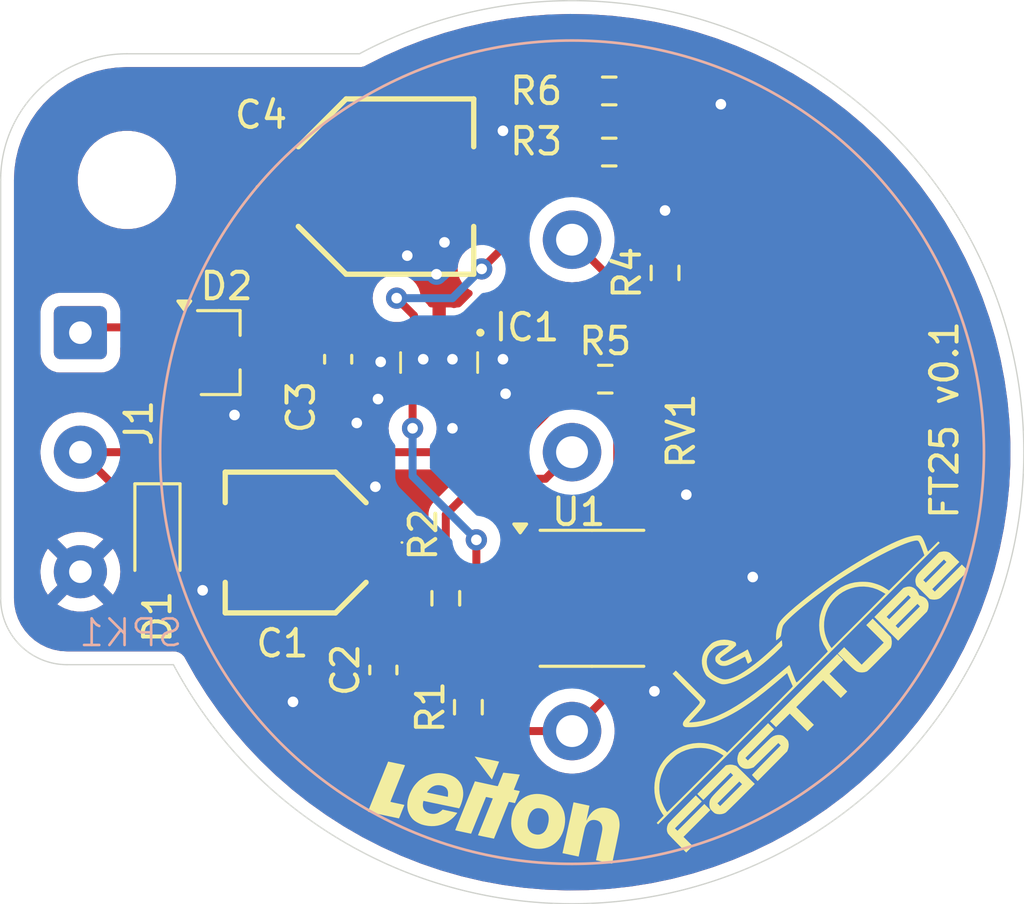
<source format=kicad_pcb>
(kicad_pcb
	(version 20240108)
	(generator "pcbnew")
	(generator_version "8.0")
	(general
		(thickness 1.6)
		(legacy_teardrops no)
	)
	(paper "A4")
	(layers
		(0 "F.Cu" signal)
		(31 "B.Cu" power)
		(32 "B.Adhes" user "B.Adhesive")
		(33 "F.Adhes" user "F.Adhesive")
		(34 "B.Paste" user)
		(35 "F.Paste" user)
		(36 "B.SilkS" user "B.Silkscreen")
		(37 "F.SilkS" user "F.Silkscreen")
		(38 "B.Mask" user)
		(39 "F.Mask" user)
		(40 "Dwgs.User" user "User.Drawings")
		(41 "Cmts.User" user "User.Comments")
		(42 "Eco1.User" user "User.Eco1")
		(43 "Eco2.User" user "User.Eco2")
		(44 "Edge.Cuts" user)
		(45 "Margin" user)
		(46 "B.CrtYd" user "B.Courtyard")
		(47 "F.CrtYd" user "F.Courtyard")
		(48 "B.Fab" user)
		(49 "F.Fab" user)
		(50 "User.1" user)
		(51 "User.2" user)
		(52 "User.3" user)
		(53 "User.4" user)
		(54 "User.5" user)
		(55 "User.6" user)
		(56 "User.7" user)
		(57 "User.8" user)
		(58 "User.9" user)
	)
	(setup
		(stackup
			(layer "F.SilkS"
				(type "Top Silk Screen")
			)
			(layer "F.Paste"
				(type "Top Solder Paste")
			)
			(layer "F.Mask"
				(type "Top Solder Mask")
				(thickness 0.01)
			)
			(layer "F.Cu"
				(type "copper")
				(thickness 0.035)
			)
			(layer "dielectric 1"
				(type "core")
				(thickness 1.51)
				(material "FR4")
				(epsilon_r 4.5)
				(loss_tangent 0.02)
			)
			(layer "B.Cu"
				(type "copper")
				(thickness 0.035)
			)
			(layer "B.Mask"
				(type "Bottom Solder Mask")
				(thickness 0.01)
			)
			(layer "B.Paste"
				(type "Bottom Solder Paste")
			)
			(layer "B.SilkS"
				(type "Bottom Silk Screen")
			)
			(copper_finish "None")
			(dielectric_constraints no)
		)
		(pad_to_mask_clearance 0)
		(allow_soldermask_bridges_in_footprints no)
		(pcbplotparams
			(layerselection 0x00010fc_ffffffff)
			(plot_on_all_layers_selection 0x0000000_00000000)
			(disableapertmacros no)
			(usegerberextensions no)
			(usegerberattributes yes)
			(usegerberadvancedattributes yes)
			(creategerberjobfile yes)
			(dashed_line_dash_ratio 12.000000)
			(dashed_line_gap_ratio 3.000000)
			(svgprecision 4)
			(plotframeref no)
			(viasonmask no)
			(mode 1)
			(useauxorigin no)
			(hpglpennumber 1)
			(hpglpenspeed 20)
			(hpglpendiameter 15.000000)
			(pdf_front_fp_property_popups yes)
			(pdf_back_fp_property_popups yes)
			(dxfpolygonmode yes)
			(dxfimperialunits yes)
			(dxfusepcbnewfont yes)
			(psnegative no)
			(psa4output no)
			(plotreference yes)
			(plotvalue yes)
			(plotfptext yes)
			(plotinvisibletext no)
			(sketchpadsonfab no)
			(subtractmaskfromsilk no)
			(outputformat 1)
			(mirror no)
			(drillshape 1)
			(scaleselection 1)
			(outputdirectory "")
		)
	)
	(net 0 "")
	(net 1 "Net-(C1-+)")
	(net 2 "GND")
	(net 3 "Net-(U1-FEED)")
	(net 4 "Net-(SPK1-M)")
	(net 5 "+24V")
	(net 6 "Net-(U1-HRNEN)")
	(net 7 "Net-(D2-A)")
	(net 8 "Net-(IC1-EN{slash}ADJ)")
	(net 9 "SIG")
	(net 10 "Net-(SPK1-G)")
	(net 11 "Net-(SPK1-F)")
	(net 12 "Net-(R3-Pad2)")
	(net 13 "unconnected-(U1-NC-Pad1)")
	(net 14 "unconnected-(U1-NC-Pad3)")
	(footprint "Connector_Wire:SolderWire-0.25sqmm_1x03_P4.5mm_D0.65mm_OD2mm" (layer "F.Cu") (at 131.5 95.5 -90))
	(footprint "soundbox:EEE0GA101SR" (layer "F.Cu") (at 139.6 103.4 180))
	(footprint "Capacitor_SMD:C_0603_1608Metric_Pad1.08x0.95mm_HandSolder" (layer "F.Cu") (at 141.2 96.5 -90))
	(footprint "LOGO" (layer "F.Cu") (at 157.785054 107.960449 45))
	(footprint "Resistor_SMD:R_0603_1608Metric_Pad0.98x0.95mm_HandSolder" (layer "F.Cu") (at 146.1 109.6 90))
	(footprint "soundbox:06TR4FA104DPR" (layer "F.Cu") (at 159 95.5))
	(footprint "Resistor_SMD:R_0603_1608Metric_Pad0.98x0.95mm_HandSolder" (layer "F.Cu") (at 153.5 93.25 90))
	(footprint "soundbox:EEE1AA101SP" (layer "F.Cu") (at 143 90))
	(footprint "soundbox:PG-SCT595-5" (layer "F.Cu") (at 145 96.5 180))
	(footprint "Resistor_SMD:R_0603_1608Metric_Pad0.98x0.95mm_HandSolder" (layer "F.Cu") (at 145.25 105.5 -90))
	(footprint "Resistor_SMD:R_0603_1608Metric_Pad0.98x0.95mm_HandSolder" (layer "F.Cu") (at 151.4 88.7))
	(footprint "MountingHole:MountingHole_3.2mm_M3_DIN965" (layer "F.Cu") (at 133.25 89.75))
	(footprint "Package_TO_SOT_SMD:SOT-23_Handsoldering" (layer "F.Cu") (at 136.75 96.25))
	(footprint "soundbox:LeitOn_small_wo_sq" (layer "F.Cu") (at 147.2 113.1 -12))
	(footprint "Package_SO:SOIC-8_3.9x4.9mm_P1.27mm" (layer "F.Cu") (at 150.75 105.5))
	(footprint "Resistor_SMD:R_0603_1608Metric_Pad0.98x0.95mm_HandSolder" (layer "F.Cu") (at 151.25 97.25))
	(footprint "Capacitor_SMD:C_0603_1608Metric_Pad1.08x0.95mm_HandSolder" (layer "F.Cu") (at 142.9 108.2 90))
	(footprint "Diode_SMD:D_SOD-323_HandSoldering" (layer "F.Cu") (at 134.4 103.2 -90))
	(footprint "Resistor_SMD:R_0603_1608Metric_Pad0.98x0.95mm_HandSolder" (layer "F.Cu") (at 151.4 86.4))
	(footprint "soundbox:CPT-3016-105T" (layer "B.Cu") (at 150 100 180))
	(gr_arc
		(start 128.5 89.75)
		(mid 129.891243 86.391243)
		(end 133.25 85)
		(stroke
			(width 0.05)
			(type default)
		)
		(layer "Edge.Cuts")
		(uuid "0c9499f7-3257-4d1a-ab45-d3dea9659961")
	)
	(gr_line
		(start 133.25 85)
		(end 142 85)
		(stroke
			(width 0.05)
			(type default)
		)
		(layer "Edge.Cuts")
		(uuid "145b8ce2-1cdf-402f-8341-2813b341aab6")
	)
	(gr_line
		(start 128.5 89.75)
		(end 128.5 105.5)
		(stroke
			(width 0.05)
			(type default)
		)
		(layer "Edge.Cuts")
		(uuid "5702bfe5-fa35-42f9-b66d-dc1faf38af9f")
	)
	(gr_line
		(start 131 108)
		(end 135 108)
		(stroke
			(width 0.05)
			(type default)
		)
		(layer "Edge.Cuts")
		(uuid "7ce022d5-3481-46fd-850f-fa99ac5c91eb")
	)
	(gr_arc
		(start 142 85)
		(mid 166.263456 104.949746)
		(end 135.000001 108.000003)
		(stroke
			(width 0.05)
			(type default)
		)
		(layer "Edge.Cuts")
		(uuid "8a2c619c-8626-4af2-8c59-1422d0ba61b9")
	)
	(gr_arc
		(start 131 108)
		(mid 129.232233 107.267767)
		(end 128.5 105.5)
		(stroke
			(width 0.05)
			(type default)
		)
		(layer "Edge.Cuts")
		(uuid "e1634623-b024-4caa-9d4d-69a765686d49")
	)
	(gr_rect
		(start 128.5 83)
		(end 167 117)
		(stroke
			(width 0.01)
			(type default)
		)
		(fill none)
		(layer "User.1")
		(uuid "39b0a146-c4d4-4256-ae48-acf0ec4d99bd")
	)
	(gr_text "FT25 v0.1"
		(at 164.6 102.6 90)
		(layer "F.SilkS")
		(uuid "0568cae2-bee3-4247-bec4-4aec8861298f")
		(effects
			(font
				(size 1 1)
				(thickness 0.15)
			)
			(justify left bottom)
		)
	)
	(segment
		(start 146.8 104.7)
		(end 147 104.9)
		(width 0.3)
		(layer "F.Cu")
		(net 1)
		(uuid "23159c4b-0d05-4fdc-b47c-91b4c5aadc84")
	)
	(segment
		(start 146.4 105.5)
		(end 146.8 105.1)
		(width 0.3)
		(layer "F.Cu")
		(net 1)
		(uuid "2e49b2f4-0f4a-42c8-a6a5-039a900f4f53")
	)
	(segment
		(start 146.4 104.3)
		(end 146.8 104.7)
		(width 0.3)
		(layer "F.Cu")
		(net 1)
		(uuid "3586deff-2aeb-4ee8-924a-5c5975858c2b")
	)
	(segment
		(start 141.75 103.4)
		(end 142.3 103.4)
		(width 0.3)
		(layer "F.Cu")
		(net 1)
		(uuid "3648f2ab-a01e-4531-908b-27e2efcac7f4")
	)
	(segment
		(start 146.8 105.1)
		(end 147 104.9)
		(width 0.3)
		(layer "F.Cu")
		(net 1)
		(uuid "3d54f7bb-0f3e-4e8c-9f2a-ea5967851a98")
	)
	(segment
		(start 144 99.1)
		(end 144 97.75)
		(width 0.3)
		(layer "F.Cu")
		(net 1)
		(uuid "53018c3e-14f9-4855-ba7d-5ff1ff5be039")
	)
	(segment
		(start 146.8 104.7)
		(end 146.8 105.1)
		(width 0.3)
		(layer "F.Cu")
		(net 1)
		(uuid "63a2ecd6-cfea-4559-836f-e2ade529c70a")
	)
	(segment
		(start 148.24 104.9)
		(end 148.275 104.865)
		(width 0.3)
		(layer "F.Cu")
		(net 1)
		(uuid "6450eb72-3056-4408-b2ce-b82a4ba66d37")
	)
	(segment
		(start 142.3 103.4)
		(end 144.4 105.5)
		(width 0.3)
		(layer "F.Cu")
		(net 1)
		(uuid "78fb4d55-9eeb-477b-84b0-b52108895651")
	)
	(segment
		(start 147 104.9)
		(end 148.24 104.9)
		(width 0.3)
		(layer "F.Cu")
		(net 1)
		(uuid "cb198d8d-a501-4a67-892a-4db1f12c57db")
	)
	(segment
		(start 144 97.75)
		(end 144.05 97.7)
		(width 0.3)
		(layer "F.Cu")
		(net 1)
		(uuid "d6adab63-21a8-4a56-a54e-bd14e6a6a1c3")
	)
	(segment
		(start 144.4 105.5)
		(end 146.4 105.5)
		(width 0.3)
		(layer "F.Cu")
		(net 1)
		(uuid "fd5f52d7-7959-4d13-b8fa-c12c2f5d57b6")
	)
	(segment
		(start 146.4 103.3)
		(end 146.4 104.3)
		(width 0.3)
		(layer "F.Cu")
		(net 1)
		(uuid "ff60d241-25fa-4bd5-abab-3a1de60998bb")
	)
	(via
		(at 146.4 103.3)
		(size 0.8)
		(drill 0.4)
		(layers "F.Cu" "B.Cu")
		(net 1)
		(uuid "2a83fc44-fdc9-4b52-a65a-6fc21b06e69b")
	)
	(via
		(at 144 99.1)
		(size 0.8)
		(drill 0.4)
		(layers "F.Cu" "B.Cu")
		(net 1)
		(uuid "d4a065cc-ffbd-4ff3-8943-35e922962971")
	)
	(segment
		(start 144 100.9)
		(end 144 99.1)
		(width 0.3)
		(layer "B.Cu")
		(net 1)
		(uuid "4219455b-e5d5-42aa-a462-d39a17d9593b")
	)
	(segment
		(start 146.4 103.3)
		(end 144 100.9)
		(width 0.3)
		(layer "B.Cu")
		(net 1)
		(uuid "bd0cf8d0-3ae1-4f87-a404-c26f0595cc95")
	)
	(via
		(at 155.6 86.9)
		(size 0.8)
		(drill 0.4)
		(layers "F.Cu" "B.Cu")
		(free yes)
		(net 2)
		(uuid "06a1a750-8536-4cf8-9192-35bc867304a9")
	)
	(via
		(at 141.9 98.9)
		(size 0.8)
		(drill 0.4)
		(layers "F.Cu" "B.Cu")
		(free yes)
		(net 2)
		(uuid "1634c358-6587-4d9e-a4c2-90a5ab1faafd")
	)
	(via
		(at 147.5 97.8)
		(size 0.8)
		(drill 0.4)
		(layers "F.Cu" "B.Cu")
		(free yes)
		(net 2)
		(uuid "1a418d52-d221-44b1-ad1d-91e97992ecb3")
	)
	(via
		(at 142.7 98)
		(size 0.8)
		(drill 0.4)
		(layers "F.Cu" "B.Cu")
		(free yes)
		(net 2)
		(uuid "25345f8f-538d-46a3-b8d8-5a868b8a4bca")
	)
	(via
		(at 143.8 92.6)
		(size 0.8)
		(drill 0.4)
		(layers "F.Cu" "B.Cu")
		(free yes)
		(net 2)
		(uuid "384c8bfa-3338-4421-b506-b5dcc7f603cf")
	)
	(via
		(at 153.5 90.9)
		(size 0.8)
		(drill 0.4)
		(layers "F.Cu" "B.Cu")
		(free yes)
		(net 2)
		(uuid "59e64dbd-0451-436f-844e-4c0d273598ba")
	)
	(via
		(at 145.5 96.5)
		(size 0.8)
		(drill 0.4)
		(layers "F.Cu" "B.Cu")
		(free yes)
		(net 2)
		(uuid "6a66460c-c4ed-4cbb-ad75-8721cfb01e79")
	)
	(via
		(at 153.1 109)
		(size 0.8)
		(drill 0.4)
		(layers "F.Cu" "B.Cu")
		(free yes)
		(net 2)
		(uuid "7fa75b93-3a54-4ab9-823b-8664220d8fc0")
	)
	(via
		(at 136.1 105.2)
		(size 0.8)
		(drill 0.4)
		(layers "F.Cu" "B.Cu")
		(free yes)
		(net 2)
		(uuid "83ee66e4-35b7-421f-bd51-e9232ebc2f9c")
	)
	(via
		(at 147.4 87.9)
		(size 0.8)
		(drill 0.4)
		(layers "F.Cu" "B.Cu")
		(free yes)
		(net 2)
		(uuid "87ee8f62-5586-4ec4-bf64-4d8e7f4f3c00")
	)
	(via
		(at 142.8 96.6)
		(size 0.8)
		(drill 0.4)
		(layers "F.Cu" "B.Cu")
		(free yes)
		(net 2)
		(uuid "88f446c1-03c1-4aaf-8c6d-a532e3fea711")
	)
	(via
		(at 145.2 92.1)
		(size 0.8)
		(drill 0.4)
		(layers "F.Cu" "B.Cu")
		(free yes)
		(net 2)
		(uuid "96ccf5b1-b85a-42c6-89d1-03c3653c0e78")
	)
	(via
		(at 142.6 101.3)
		(size 0.8)
		(drill 0.4)
		(layers "F.Cu" "B.Cu")
		(free yes)
		(net 2)
		(uuid "9e742198-762b-4d9c-9ee4-84515cbad2db")
	)
	(via
		(at 144.9 93.3)
		(size 0.8)
		(drill 0.4)
		(layers "F.Cu" "B.Cu")
		(free yes)
		(net 2)
		(uuid "b57f5c0c-c97f-4e02-83ff-2ef698d42b64")
	)
	(via
		(at 145.5 99.1)
		(size 0.8)
		(drill 0.4)
		(layers "F.Cu" "B.Cu")
		(free yes)
		(net 2)
		(uuid "b5ab2b73-4634-4e0e-855d-42a626e2a677")
	)
	(via
		(at 154.3 101.6)
		(size 0.8)
		(drill 0.4)
		(layers "F.Cu" "B.Cu")
		(free yes)
		(net 2)
		(uuid "b76a2fc2-0f04-4ac7-8040-3c68efea3aaa")
	)
	(via
		(at 147.4 96.5)
		(size 0.8)
		(drill 0.4)
		(layers "F.Cu" "B.Cu")
		(free yes)
		(net 2)
		(uuid "d6efebd2-3405-41b1-bc0d-84897ffc75fb")
	)
	(via
		(at 156.8 104.7)
		(size 0.8)
		(drill 0.4)
		(layers "F.Cu" "B.Cu")
		(free yes)
		(net 2)
		(uuid "db890ffb-38c3-4b56-bb01-106cd42901c5")
	)
	(via
		(at 144.4 96.5)
		(size 0.8)
		(drill 0.4)
		(layers "F.Cu" "B.Cu")
		(free yes)
		(net 2)
		(uuid "dcf1182a-9346-40f1-9a54-d1175b80aebf")
	)
	(via
		(at 139.5 109.4)
		(size 0.8)
		(drill 0.4)
		(layers "F.Cu" "B.Cu")
		(free yes)
		(net 2)
		(uuid "dee0939a-5e0d-4315-a470-5bde3c7fcd15")
	)
	(via
		(at 137.3 98.6)
		(size 0.8)
		(drill 0.4)
		(layers "F.Cu" "B.Cu")
		(free yes)
		(net 2)
		(uuid "ecf13844-64d3-4d09-826f-01f2a3714814")
	)
	(segment
		(start 146.1 107.7)
		(end 146.105 107.7)
		(width 0.3)
		(layer "F.Cu")
		(net 3)
		(uuid "03b0e9e5-8a96-42f1-8078-ebba29bd5839")
	)
	(segment
		(start 148.275 107.405)
		(end 146.4 107.405)
		(width 0.3)
		(layer "F.Cu")
		(net 3)
		(uuid "0b4acb31-5237-4423-9c56-ec6bf9c00ec6")
	)
	(segment
		(start 146.1 108.6875)
		(end 146.1 107.7)
		(width 0.3)
		(layer "F.Cu")
		(net 3)
		(uuid "201ab615-0522-495a-ae13-1b6f9c239fc8")
	)
	(segment
		(start 146.105 107.7)
		(end 146.4 107.405)
		(width 0.3)
		(layer "F.Cu")
		(net 3)
		(uuid "23d50f62-75c6-4b69-883d-637919349f3a")
	)
	(segment
		(start 146.4 107.405)
		(end 146.2425 107.405)
		(width 0.3)
		(layer "F.Cu")
		(net 3)
		(uuid "39477d66-e76a-4cfb-9254-438e8c0920c5")
	)
	(segment
		(start 146.2425 107.405)
		(end 145.25 106.4125)
		(width 0.3)
		(layer "F.Cu")
		(net 3)
		(uuid "6e21e258-4266-4604-be6c-27ec70bfdf85")
	)
	(segment
		(start 142.9 107.3375)
		(end 144.25 108.6875)
		(width 0.3)
		(layer "F.Cu")
		(net 3)
		(uuid "809582d5-cb13-4f9f-8fae-3838a63656e2")
	)
	(segment
		(start 146.1 107.2625)
		(end 145.25 106.4125)
		(width 0.3)
		(layer "F.Cu")
		(net 3)
		(uuid "b9dddcfa-14ec-4998-b61a-00d5d86f6ac9")
	)
	(segment
		(start 144.25 108.6875)
		(end 146.1 108.6875)
		(width 0.3)
		(layer "F.Cu")
		(net 3)
		(uuid "c431d874-8573-4efa-9021-024d20a72e9e")
	)
	(segment
		(start 146.1 107.7)
		(end 146.1 107.2625)
		(width 0.3)
		(layer "F.Cu")
		(net 3)
		(uuid "d75fea04-e428-4fc0-8c23-06dae495c80a")
	)
	(segment
		(start 148.2 109.6)
		(end 150.3 107.5)
		(width 0.3)
		(layer "F.Cu")
		(net 4)
		(uuid "09090e3d-2f29-4507-9429-c54334b8180b")
	)
	(segment
		(start 151.25 98.55)
		(end 151.7 99)
		(width 0.3)
		(layer "F.Cu")
		(net 4)
		(uuid "30c7c0a9-de98-46ee-ad56-98519c7cfb85")
	)
	(segment
		(start 150.3 107.5)
		(end 150.3 106.3)
		(width 0.3)
		(layer "F.Cu")
		(net 4)
		(uuid "34d22c14-3b91-47dd-9037-04ff02b781cf")
	)
	(segment
		(start 152 104.865)
		(end 151.735 104.865)
		(width 0.3)
		(layer "F.Cu")
		(net 4)
		(uuid "36da2dfc-84c8-4d31-a70b-2f8f40fe67e3")
	)
	(segment
		(start 151.7 104.6)
		(end 151.7 104.83)
		(width 0.3)
		(layer "F.Cu")
		(net 4)
		(uuid "3ae480d1-8672-4f2c-a851-94f59965e078")
	)
	(segment
		(start 151.7 99)
		(end 151.7 104.6)
		(width 0.3)
		(layer "F.Cu")
		(net 4)
		(uuid "45402f4d-99c3-4ba9-bd66-4a1ea8da26b0")
	)
	(segment
		(start 151.735 104.6)
		(end 152 104.865)
		(width 0.3)
		(layer "F.Cu")
		(net 4)
		(uuid "5da0f8fb-e2f9-41b0-9801-f13702b13393")
	)
	(segment
		(start 151.7 104.83)
		(end 151.735 104.865)
		(width 0.3)
		(layer "F.Cu")
		(net 4)
		(uuid "78b78ccc-63d2-4be6-8684-dc2b419e2d99")
	)
	(segment
		(start 151.25 93.25)
		(end 151.25 98.55)
		(width 0.3)
		(layer "F.Cu")
		(net 4)
		(uuid "7bc63da9-9e54-4147-a93d-721567276b1d")
	)
	(segment
		(start 143.4375 109.6)
		(end 148.2 109.6)
		(width 0.3)
		(layer "F.Cu")
		(net 4)
		(uuid "c2b5b2b3-27c6-43a2-b502-9ae649b08a1d")
	)
	(segment
		(start 151.735 104.865)
		(end 150.3 106.3)
		(width 0.3)
		(layer "F.Cu")
		(net 4)
		(uuid "cf7f2034-b1e3-46d7-85ba-64c853f641b5")
	)
	(segment
		(start 150 92)
		(end 151.25 93.25)
		(width 0.3)
		(layer "F.Cu")
		(net 4)
		(uuid "d0f86c55-1497-473f-92ab-0926b530691e")
	)
	(segment
		(start 153.06 104.7)
		(end 153.225 104.865)
		(width 0.3)
		(layer "F.Cu")
		(net 4)
		(uuid "de487b46-dff6-4637-b730-51caf9eeca2e")
	)
	(segment
		(start 151.7 104.6)
		(end 151.735 104.6)
		(width 0.3)
		(layer "F.Cu")
		(net 4)
		(uuid "e604e90e-3383-4c49-a31e-adad540853ba")
	)
	(segment
		(start 142.9 109.0625)
		(end 143.4375 109.6)
		(width 0.3)
		(layer "F.Cu")
		(net 4)
		(uuid "e7b372ad-6d44-40f3-b292-ca0030a4c4bb")
	)
	(segment
		(start 153.225 104.865)
		(end 152 104.865)
		(width 0.3)
		(layer "F.Cu")
		(net 4)
		(uuid "fb5f5bb4-df8e-49f9-aeab-c72ab1a7e5d2")
	)
	(segment
		(start 141.2 95.6375)
		(end 141.2 90.7)
		(width 0.3)
		(layer "F.Cu")
		(net 5)
		(uuid "054909e3-392b-4d3d-88ec-2922324e7a7e")
	)
	(segment
		(start 147.7 92)
		(end 147.7 91)
		(width 0.3)
		(layer "F.Cu")
		(net 5)
		(uuid "1714de18-f19e-4a1d-9fcb-abbc4390ca85")
	)
	(segment
		(start 143.4 94.2)
		(end 144.05 94.85)
		(width 0.3)
		(layer "F.Cu")
		(net 5)
		(uuid "1dab445f-7c67-472b-bea0-a057a8fe6814")
	)
	(segment
		(start 141.5875 95.25)
		(end 144 95.25)
		(width 0.3)
		(layer "F.Cu")
		(net 5)
		(uuid "3cdd5ae0-fe74-40b7-91eb-253b46d6524f")
	)
	(segment
		(start 138.25 96.25)
		(end 139.5 96.25)
		(width 0.3)
		(layer "F.Cu")
		(net 5)
		(uuid "4441b124-5698-47f2-8d50-494066e51d56")
	)
	(segment
		(start 140.1125 95.6375)
		(end 141.2 95.6375)
		(width 0.3)
		(layer "F.Cu")
		(net 5)
		(uuid "8b82cbf6-a61f-4b56-bb7e-98c50b4ea897")
	)
	(segment
		(start 150 88.7)
		(end 150.4875 88.7)
		(width 0.3)
		(layer "F.Cu")
		(net 5)
		(uuid "91449544-3d85-43bf-892d-142f30243a74")
	)
	(segment
		(start 146.6 93.1)
		(end 147.7 92)
		(width 0.3)
		(layer "F.Cu")
		(net 5)
		(uuid "a21a02bd-2759-401c-b257-6fddf78b91b4")
	)
	(segment
		(start 141.2 90.7)
		(end 140.5 90)
		(width 0.3)
		(layer "F.Cu")
		(net 5)
		(uuid "ab3fc132-876d-40fd-8a37-516f998d4401")
	)
	(segment
		(start 144.05 94.85)
		(end 144.05 95.3)
		(width 0.3)
		(layer "F.Cu")
		(net 5)
		(uuid "adf1574a-72d4-442f-b8a1-48199444bd90")
	)
	(segment
		(start 147.7 91)
		(end 150 88.7)
		(width 0.3)
		(layer "F.Cu")
		(net 5)
		(uuid "b0d0a533-03d1-4d10-9c9d-275a057f1864")
	)
	(segment
		(start 139.5 96.25)
		(end 140.1125 95.6375)
		(width 0.3)
		(layer "F.Cu")
		(net 5)
		(uuid "b40aa696-d52a-4b37-a289-b30fb8eedf24")
	)
	(segment
		(start 141.2 95.6375)
		(end 141.5875 95.25)
		(width 0.3)
		(layer "F.Cu")
		(net 5)
		(uuid "c70a6765-40cc-46c1-a2d9-b3050acd3216")
	)
	(segment
		(start 150.4875 86.4)
		(end 150.4875 88.7)
		(width 0.3)
		(layer "F.Cu")
		(net 5)
		(uuid "e74d25ae-28d4-40ff-aaa6-db74846f4d2c")
	)
	(via
		(at 146.6 93.1)
		(size 0.8)
		(drill 0.4)
		(layers "F.Cu" "B.Cu")
		(net 5)
		(uuid "1f66e272-7d73-47e7-85fd-2cea844f1376")
	)
	(via
		(at 143.4 94.2)
		(size 0.8)
		(drill 0.4)
		(layers "F.Cu" "B.Cu")
		(net 5)
		(uuid "8331b1ec-10d8-49af-bc63-06d3c2054628")
	)
	(segment
		(start 143.4 94.2)
		(end 145.5 94.2)
		(width 0.3)
		(layer "B.Cu")
		(net 5)
		(uuid "86e56fd6-02b5-4dbf-9477-8f508caac46e")
	)
	(segment
		(start 145.5 94.2)
		(end 146.6 93.1)
		(width 0.3)
		(layer "B.Cu")
		(net 5)
		(uuid "d03544bb-5e1e-42e4-89c6-39b622a494c2")
	)
	(segment
		(start 152.5 97.5875)
		(end 152.5 101.75)
		(width 0.3)
		(layer "F.Cu")
		(net 6)
		(uuid "074a2975-fd68-4c40-8155-f0e5b9abf23d")
	)
	(segment
		(start 152.1625 97.25)
		(end 152.5 97.5875)
		(width 0.3)
		(layer "F.Cu")
		(net 6)
		(uuid "21ff4d6b-8fcc-4b1c-820c-c5cadcb9bf55")
	)
	(segment
		(start 152.5 101.75)
		(end 153.25 102.5)
		(width 0.3)
		(layer "F.Cu")
		(net 6)
		(uuid "2fba2c5a-2a97-4175-bfeb-038d973dde82")
	)
	(segment
		(start 153.25 103.57)
		(end 153.225 103.595)
		(width 0.3)
		(layer "F.Cu")
		(net 6)
		(uuid "418fabef-99d7-47c9-abc2-f7723d16f244")
	)
	(segment
		(start 152.1625 97.25)
		(end 152.25 97.25)
		(width 0.3)
		(layer "F.Cu")
		(net 6)
		(uuid "52311879-8ed6-466b-bba9-44d036750aed")
	)
	(segment
		(start 153.25 102.5)
		(end 153.25 103.57)
		(width 0.3)
		(layer "F.Cu")
		(net 6)
		(uuid "cdcf619f-a978-4667-ae1c-20f141c6c1ed")
	)
	(segment
		(start 153.5 96)
		(end 153.5 94.1625)
		(width 0.3)
		(layer "F.Cu")
		(net 6)
		(uuid "ef8cfd81-6cb9-4d71-b3bf-0610e509a439")
	)
	(segment
		(start 152.25 97.25)
		(end 153.5 96)
		(width 0.3)
		(layer "F.Cu")
		(net 6)
		(uuid "fa2f396c-09cf-4795-881a-85a4b4ae0039")
	)
	(segment
		(start 135.25 95.3)
		(end 131.7 95.3)
		(width 0.3)
		(layer "F.Cu")
		(net 7)
		(uuid "a91db6b1-c4d0-4082-8243-54f9f4debef9")
	)
	(segment
		(start 131.7 95.3)
		(end 131.5 95.5)
		(width 0.3)
		(layer "F.Cu")
		(net 7)
		(uuid "b4303bdb-fbe9-4f59-8912-f6fe0909e13f")
	)
	(segment
		(start 159 91.225)
		(end 157.525 89.75)
		(width 0.3)
		(layer "F.Cu")
		(net 8)
		(uuid "10e80ff1-24c9-4e99-a6ae-40c6b4da76d7")
	)
	(segment
		(start 149.75 89.75)
		(end 148.25 91.25)
		(width 0.3)
		(layer "F.Cu")
		(net 8)
		(uuid "7c187c0d-5463-49e4-b302-7e6b907a001c")
	)
	(segment
		(start 148.25 93)
		(end 145.95 95.3)
		(width 0.3)
		(layer "F.Cu")
		(net 8)
		(uuid "8bb138d7-1901-4f2f-9ff7-18ec756edcd7")
	)
	(segment
		(start 157.525 89.75)
		(end 149.75 89.75)
		(width 0.3)
		(layer "F.Cu")
		(net 8)
		(uuid "8caf3322-20bd-4792-87d4-2ac4b6e61f44")
	)
	(segment
		(start 148.25 91.25)
		(end 148.25 93)
		(width 0.3)
		(layer "F.Cu")
		(net 8)
		(uuid "fd5ccc6b-1f50-4929-b1e8-f7fa3b79e0ff")
	)
	(segment
		(start 133.45 101.95)
		(end 134.4 101.95)
		(width 0.3)
		(layer "F.Cu")
		(net 9)
		(uuid "05b532a6-fe47-472d-bfdc-b7fa527e457c")
	)
	(segment
		(start 131.5 100)
		(end 133.45 101.95)
		(width 0.3)
		(layer "F.Cu")
		(net 9)
		(uuid "5897cff1-8ae6-43fe-9b64-2df6ee85f8da")
	)
	(segment
		(start 131.5 100)
		(end 147.5875 100)
		(width 0.3)
		(layer "F.Cu")
		(net 9)
		(uuid "68ec2551-dc2f-4feb-998d-5e43f9491561")
	)
	(segment
		(start 147.5875 100)
		(end 150.3375 97.25)
		(width 0.3)
		(layer "F.Cu")
		(net 9)
		(uuid "9f921939-1f2c-472f-a905-eb1badda63b1")
	)
	(segment
		(start 146.1 110.5125)
		(end 146.1125 110.5)
		(width 0.3)
		(layer "F.Cu")
		(net 10)
		(uuid "0985b6fd-d180-4fc5-bce9-3d6204322516")
	)
	(segment
		(start 150 110.5)
		(end 151.3 109.2)
		(width 0.3)
		(layer "F.Cu")
		(net 10)
		(uuid "29833cd4-ae84-47c3-a086-4dfcd0ca3a64")
	)
	(segment
		(start 146.1125 110.5)
		(end 150 110.5)
		(width 0.3)
		(layer "F.Cu")
		(net 10)
		(uuid "924cc875-b40f-4c52-9192-86ac241c9175")
	)
	(segment
		(start 151.965 106.135)
		(end 153.225 106.135)
		(width 0.3)
		(layer "F.Cu")
		(net 10)
		(uuid "d32f4e74-f404-477c-91c6-11336f273e81")
	)
	(segment
		(start 151.3 109.2)
		(end 151.3 106.8)
		(width 0.3)
		(layer "F.Cu")
		(net 10)
		(uuid "e4c7c31e-d0bc-4d47-b7ae-acbdc347fd7a")
	)
	(segment
		(start 151.3 106.8)
		(end 151.965 106.135)
		(width 0.3)
		(layer "F.Cu")
		(net 10)
		(uuid "e78a7e10-98f9-4831-bed7-9f8aafb304a1")
	)
	(segment
		(start 149 101)
		(end 150 100)
		(width 0.3)
		(layer "F.Cu")
		(net 11)
		(uuid "8d7611e4-d6ec-4e26-a345-d196483f8f97")
	)
	(segment
		(start 145.25 104.5875)
		(end 145.25 102.35)
		(width 0.3)
		(layer "F.Cu")
		(net 11)
		(uuid "95eae689-383a-4f3d-a046-a827404393ba")
	)
	(segment
		(start 145.25 102.35)
		(end 146.6 101)
		(width 0.3)
		(layer "F.Cu")
		(net 11)
		(uuid "9ace5704-4338-424e-8bcc-109ce8f1c967")
	)
	(segment
		(start 146.6 101)
		(end 149 101)
		(width 0.3)
		(layer "F.Cu")
		(net 11)
		(uuid "e94929f1-e2b3-4397-9986-2c91a2f4beee")
	)
	(segment
		(start 161.15 100.425)
		(end 161.15 89.95)
		(width 0.3)
		(layer "F.Cu")
		(net 12)
		(uuid "26979417-b786-4be8-984f-7d0738cdff24")
	)
	(segment
		(start 161.15 89.95)
		(end 159.9 88.7)
		(width 0.3)
		(layer "F.Cu")
		(net 12)
		(uuid "7718b055-c971-4cec-ab44-672e9f6976fc")
	)
	(segment
		(start 159.9 88.7)
		(end 152.3125 88.7)
		(width 0.3)
		(layer "F.Cu")
		(net 12)
		(uuid "8f63e3d9-dbb7-40be-853d-4d064e73fe36")
	)
	(segment
		(start 152.3125 86.4)
		(end 152.3125 88.7)
		(width 0.3)
		(layer "F.Cu")
		(net 12)
		(uuid "d1f80375-c994-4ac9-a326-cf0882761c94")
	)
	(zone
		(net 2)
		(net_name "GND")
		(layer "F.Cu")
		(uuid "3fbb25a7-40e0-4e93-a8cf-da28d9fa13f5")
		(hatch edge 0.5)
		(connect_pads
			(clearance 0.5)
		)
		(min_thickness 0.25)
		(filled_areas_thickness no)
		(fill yes
			(thermal_gap 0.5)
			(thermal_bridge_width 0.5)
		)
		(polygon
			(pts
				(arc
					(start 133.25 85)
					(mid 129.891243 86.391243)
					(end 128.5 89.75)
				)
				(arc
					(start 128.5 105.5)
					(mid 129.232233 107.267767)
					(end 131 108)
				)
				(xy 135 108)
				(arc
					(start 135.000001 108.000003)
					(mid 166.263456 104.949746)
					(end 142 85)
				)
			)
		)
		(filled_polygon
			(layer "F.Cu")
			(pts
				(xy 150.729967 83.516727) (xy 150.735946 83.516994) (xy 151.529551 83.571622) (xy 151.535512 83.572178)
				(xy 152.325547 83.665284) (xy 152.331488 83.666131) (xy 153.116064 83.797492) (xy 153.121948 83.798625)
				(xy 153.899202 83.967928) (xy 153.905055 83.969353) (xy 154.67315 84.176196) (xy 154.678926 84.177903)
				(xy 154.926303 84.25759) (xy 155.436071 84.421803) (xy 155.441739 84.423781) (xy 155.642771 84.4995)
				(xy 156.18618 84.704175) (xy 156.191764 84.706435) (xy 156.420514 84.805529) (xy 156.92169 85.022639)
				(xy 156.927133 85.025156) (xy 157.640856 85.376443) (xy 157.646152 85.379211) (xy 158.007932 85.579661)
				(xy 158.341966 85.764738) (xy 158.347163 85.767784) (xy 158.47746 85.848486) (xy 158.948506 86.140239)
				(xy 159.023447 86.186655) (xy 159.028489 86.189951) (xy 159.683594 86.641142) (xy 159.68847 86.644678)
				(xy 160.320892 87.12715) (xy 160.325591 87.130918) (xy 160.933869 87.64356) (xy 160.938379 87.647553)
				(xy 161.397717 88.074499) (xy 161.52102 88.189106) (xy 161.525322 88.193304) (xy 162.080992 88.76253)
				(xy 162.085075 88.76692) (xy 162.42776 89.1539) (xy 162.612445 89.362457) (xy 162.616328 89.367062)
				(xy 163.114154 89.987504) (xy 163.117808 89.992292) (xy 163.584903 90.63616) (xy 163.588321 90.64112)
				(xy 164.02362 91.306946) (xy 164.026792 91.312067) (xy 164.429209 91.998189) (xy 164.43213 92.003457)
				(xy 164.800779 92.708359) (xy 164.80344 92.713763) (xy 165.137416 93.435723) (xy 165.139811 93.441249)
				(xy 165.438334 94.178578) (xy 165.440458 94.184215) (xy 165.702817 94.935159) (xy 165.704665 94.940892)
				(xy 165.930247 95.703687) (xy 165.931815 95.709503) (xy 166.120094 96.482377) (xy 166.121377 96.488262)
				(xy 166.271897 97.26935) (xy 166.272893 97.275291) (xy 166.385306 98.062778) (xy 166.386012 98.06876)
				(xy 166.460049 98.860763) (xy 166.460464 98.866772) (xy 166.495954 99.661458) (xy 166.496076 99.66748)
				(xy 166.492931 100.462926) (xy 166.492761 100.468947) (xy 166.450992 101.263308) (xy 166.45053 101.269314)
				(xy 166.370231 102.060734) (xy 166.369477 102.06671) (xy 166.250847 102.853248) (xy 166.249804 102.859181)
				(xy 166.093108 103.639082) (xy 166.091779 103.644957) (xy 165.897403 104.416295) (xy 165.89579 104.422098)
				(xy 165.664175 105.183117) (xy 165.662281 105.188835) (xy 165.394001 105.937657) (xy 165.391833 105.943277)
				(xy 165.087485 106.678239) (xy 165.085046 106.683746) (xy 164.745375 107.40304) (xy 164.742671 107.408423)
				(xy 164.368469 108.110374) (xy 164.365507 108.115619) (xy 163.957661 108.798566) (xy 163.954448 108.803661)
				(xy 163.513912 109.466005) (xy 163.510455 109.470938) (xy 163.03828 110.1111) (xy 163.034588 110.115859)
				(xy 162.531877 110.732341) (xy 162.527958 110.736916) (xy 161.995916 111.328243) (xy 161.99178 111.332621)
				(xy 161.431636 111.897426) (xy 161.427292 111.901599) (xy 160.840365 112.438551) (xy 160.835823 112.442507)
				(xy 160.223555 112.950289) (xy 160.218827 112.954021) (xy 159.582572 113.431508) (xy 159.577667 113.435005)
				(xy 158.919031 113.880992) (xy 158.913963 113.884248) (xy 158.2344 114.297752) (xy 158.22918 114.300757)
				(xy 157.530353 114.680764) (xy 157.524993 114.683512) (xy 156.808549 115.02913) (xy 156.803061 115.031615)
				(xy 156.07065 115.342042) (xy 156.065049 115.344257) (xy 155.318444 115.618746) (xy 155.312742 115.620686)
				(xy 154.553708 115.858588) (xy 154.547918 115.86025) (xy 153.778191 116.06102) (xy 153.772328 116.062398)
				(xy 152.993786 116.225546) (xy 152.987862 116.226638) (xy 152.202301 116.351787) (xy 152.196331 116.35259)
				(xy 151.405621 116.439444) (xy 151.399619 116.439956) (xy 150.605628 116.488307) (xy 150.599609 116.488527)
				(xy 149.804195 116.498265) (xy 149.798172 116.498192) (xy 149.003244 116.469291) (xy 148.997231 116.468926)
				(xy 148.204642 116.401456) (xy 148.198655 116.4008) (xy 147.410252 116.294916) (xy 147.404303 116.293969)
				(xy 146.622001 116.149929) (xy 146.616117 116.148697) (xy 146.189642 116.048542) (xy 145.84171 115.966832)
				(xy 145.835882 115.965313) (xy 145.071224 115.746055) (xy 145.065476 115.744254) (xy 144.312383 115.488127)
				(xy 144.306729 115.48605) (xy 143.56695 115.193649) (xy 143.561403 115.191299) (xy 142.836702 114.863319)
				(xy 142.831277 114.860703) (xy 142.123376 114.497927) (xy 142.118083 114.495051) (xy 141.775208 114.297752)
				(xy 141.428576 114.098291) (xy 141.423452 114.095174) (xy 140.754067 113.665424) (xy 140.749086 113.662053)
				(xy 140.101371 113.200311) (xy 140.096552 113.196697) (xy 139.47199 112.704019) (xy 139.467353 112.700174)
				(xy 138.867485 112.177775) (xy 138.86304 112.17371) (xy 138.289225 111.622774) (xy 138.285004 111.618519)
				(xy 137.738622 111.040367) (xy 137.734602 111.035901) (xy 137.7005 110.996111) (xy 137.216945 110.431903)
				(xy 137.213163 110.427268) (xy 136.725416 109.798803) (xy 136.721866 109.793992) (xy 136.265236 109.142613)
				(xy 136.261907 109.13761) (xy 135.837445 108.464819) (xy 135.834383 108.459694) (xy 135.49257 107.85466)
				(xy 135.472447 107.81904) (xy 135.467008 107.807879) (xy 135.438688 107.758829) (xy 135.436662 107.75518)
				(xy 135.410612 107.706335) (xy 135.405882 107.699721) (xy 135.406296 107.699424) (xy 135.40585 107.698822)
				(xy 135.405447 107.699132) (xy 135.4005 107.692685) (xy 135.361331 107.653517) (xy 135.358432 107.650519)
				(xy 135.339444 107.63021) (xy 135.320612 107.610066) (xy 135.320606 107.610062) (xy 135.314329 107.6049)
				(xy 135.314651 107.604507) (xy 135.314068 107.604044) (xy 135.31376 107.604447) (xy 135.307318 107.599504)
				(xy 135.307314 107.5995) (xy 135.279269 107.583308) (xy 135.259272 107.571762) (xy 135.255748 107.569648)
				(xy 135.208765 107.540373) (xy 135.208761 107.540372) (xy 135.201367 107.537013) (xy 135.201577 107.53655)
				(xy 135.200884 107.536249) (xy 135.200691 107.536717) (xy 135.193181 107.533606) (xy 135.139606 107.519251)
				(xy 135.135607 107.518107) (xy 135.112998 107.511226) (xy 135.082691 107.502002) (xy 135.074678 107.500672)
				(xy 135.07476 107.500175) (xy 135.074013 107.500063) (xy 135.073948 107.50056) (xy 135.065893 107.4995)
				(xy 135.065892 107.4995) (xy 135.010425 107.4995) (xy 135.006256 107.49943) (xy 134.95098 107.49757)
				(xy 134.950979 107.49757) (xy 134.950975 107.49757) (xy 134.942888 107.498359) (xy 134.942838 107.497852)
				(xy 134.92846 107.4995) (xy 131.004067 107.4995) (xy 130.995957 107.499235) (xy 130.747116 107.482925)
				(xy 130.731035 107.480807) (xy 130.490464 107.432954) (xy 130.474797 107.428756) (xy 130.24252 107.349909)
				(xy 130.227534 107.343702) (xy 130.007539 107.235212) (xy 129.993492 107.227102) (xy 129.789539 107.090825)
				(xy 129.776671 107.080951) (xy 129.59225 106.919218) (xy 129.580781 106.907749) (xy 129.419048 106.723328)
				(xy 129.409174 106.71046) (xy 129.393408 106.686865) (xy 129.272897 106.506507) (xy 129.264787 106.49246)
				(xy 129.21306 106.387569) (xy 129.156294 106.272458) (xy 129.15009 106.257479) (xy 129.071243 106.025202)
				(xy 129.067045 106.009535) (xy 129.053315 105.94051) (xy 129.01919 105.768953) (xy 129.017075 105.752895)
				(xy 129.000765 105.504043) (xy 129.0005 105.495933) (xy 129.0005 104.499994) (xy 129.994859 104.499994)
				(xy 129.994859 104.500005) (xy 130.015385 104.747729) (xy 130.015387 104.747738) (xy 130.076412 104.988717)
				(xy 130.176266 105.216364) (xy 130.276564 105.369882) (xy 131.078274 104.568172) (xy 131.103963 104.664044)
				(xy 131.159916 104.760956) (xy 131.239044 104.840084) (xy 131.335956 104.896037) (xy 131.431827 104.921725)
				(xy 130.629942 105.723609) (xy 130.676768 105.760055) (xy 130.67677 105.760056) (xy 130.895385 105.878364)
				(xy 130.895396 105.878369) (xy 131.130506 105.959083) (xy 131.375707 106) (xy 131.624293 106) (xy 131.869493 105.959083)
				(xy 132.104603 105.878369) (xy 132.104614 105.878364) (xy 132.323228 105.760057) (xy 132.323231 105.760055)
				(xy 132.370056 105.723609) (xy 131.568172 104.921725) (xy 131.664044 104.896037) (xy 131.760956 104.840084)
				(xy 131.840084 104.760956) (xy 131.896037 104.664044) (xy 131.921725 104.568173) (xy 132.723434 105.369882)
				(xy 132.823731 105.216369) (xy 132.923587 104.988717) (xy 132.984043 104.749986) (xy 133.400001 104.749986)
				(xy 133.410494 104.852697) (xy 133.465641 105.019119) (xy 133.465643 105.019124) (xy 133.557684 105.168345)
				(xy 133.681654 105.292315) (xy 133.830875 105.384356) (xy 133.83088 105.384358) (xy 133.997302 105.439505)
				(xy 133.997309 105.439506) (xy 134.100019 105.449999) (xy 134.65 105.449999) (xy 134.699972 105.449999)
				(xy 134.699986 105.449998) (xy 134.802697 105.439505) (xy 134.969119 105.384358) (xy 134.969124 105.384356)
				(xy 135.118345 105.292315) (xy 135.242315 105.168345) (xy 135.334356 105.019124) (xy 135.334358 105.019119)
				(xy 135.389505 104.852697) (xy 135.389506 104.85269) (xy 135.399999 104.749986) (xy 135.4 104.749973)
				(xy 135.4 104.7) (xy 134.65 104.7) (xy 134.65 105.449999) (xy 134.100019 105.449999) (xy 134.149999 105.449998)
				(xy 134.15 105.449998) (xy 134.15 104.7) (xy 133.400001 104.7) (xy 133.400001 104.749986) (xy 132.984043 104.749986)
				(xy 132.984612 104.747738) (xy 132.984614 104.747729) (xy 133.005141 104.500005) (xy 133.005141 104.499994)
				(xy 132.984614 104.25227) (xy 132.984612 104.252261) (xy 132.958719 104.150013) (xy 133.4 104.150013)
				(xy 133.4 104.2) (xy 134.15 104.2) (xy 134.65 104.2) (xy 135.433475 104.2) (xy 135.500514 104.219685)
				(xy 135.546269 104.272489) (xy 135.553822 104.30002) (xy 135.55462 104.299832) (xy 135.556403 104.307379)
				(xy 135.606645 104.442086) (xy 135.606649 104.442093) (xy 135.692809 104.557187) (xy 135.692812 104.55719)
				(xy 135.807906 104.64335) (xy 135.807913 104.643354) (xy 135.94262 104.693596) (xy 135.942627 104.693598)
				(xy 136.002155 104.699999) (xy 136.002172 104.7) (xy 137.2 104.7) (xy 137.7 104.7) (xy 138.897828 104.7)
				(xy 138.897844 104.699999) (xy 138.957372 104.693598) (xy 138.957379 104.693596) (xy 139.092086 104.643354)
				(xy 139.092093 104.64335) (xy 139.207187 104.55719) (xy 139.20719 104.557187) (xy 139.29335 104.442093)
				(xy 139.293354 104.442086) (xy 139.343596 104.307379) (xy 139.343598 104.307372) (xy 139.349999 104.247844)
				(xy 139.35 104.247827) (xy 139.35 103.65) (xy 137.7 103.65) (xy 137.7 104.7) (xy 137.2 104.7) (xy 137.2 103.65)
				(xy 135.55 103.65) (xy 135.55 103.793251) (xy 135.530315 103.86029) (xy 135.477511 103.906045) (xy 135.408353 103.915989)
				(xy 135.344797 103.886964) (xy 135.320461 103.858348) (xy 135.242315 103.731654) (xy 135.118345 103.607684)
				(xy 134.969124 103.515643) (xy 134.969119 103.515641) (xy 134.802697 103.460494) (xy 134.80269 103.460493)
				(xy 134.699986 103.45) (xy 134.65 103.45) (xy 134.65 104.2) (xy 134.15 104.2) (xy 134.15 103.45)
				(xy 134.149999 103.449999) (xy 134.100029 103.45) (xy 134.100011 103.450001) (xy 133.997302 103.460494)
				(xy 133.83088 103.515641) (xy 133.830875 103.515643) (xy 133.681654 103.607684) (xy 133.557684 103.731654)
				(xy 133.465643 103.880875) (xy 133.465641 103.88088) (xy 133.410494 104.047302) (xy 133.410493 104.047309)
				(xy 133.4 104.150013) (xy 132.958719 104.150013) (xy 132.923587 104.011282) (xy 132.823731 103.78363)
				(xy 132.723434 103.630116) (xy 131.921725 104.431826) (xy 131.896037 104.335956) (xy 131.840084 104.239044)
				(xy 131.760956 104.159916) (xy 131.664044 104.103963) (xy 131.568173 104.078274) (xy 132.370057 103.27639)
				(xy 132.370056 103.276389) (xy 132.323229 103.239943) (xy 132.104614 103.121635) (xy 132.104603 103.12163)
				(xy 131.869493 103.040916) (xy 131.624293 103) (xy 131.375707 103) (xy 131.130506 103.040916) (xy 130.895396 103.12163)
				(xy 130.89539 103.121632) (xy 130.676761 103.239949) (xy 130.629942 103.276388) (xy 130.629942 103.27639)
				(xy 131.431827 104.078274) (xy 131.335956 104.103963) (xy 131.239044 104.159916) (xy 131.159916 104.239044)
				(xy 131.103963 104.335956) (xy 131.078274 104.431826) (xy 130.276564 103.630116) (xy 130.176267 103.783632)
				(xy 130.076412 104.011282) (xy 130.015387 104.252261) (xy 130.015385 104.25227) (xy 129.994859 104.499994)
				(xy 129.0005 104.499994) (xy 129.0005 99.999994) (xy 129.994357 99.999994) (xy 129.994357 100.000005)
				(xy 130.01489 100.247812) (xy 130.014892 100.247824) (xy 130.075936 100.488881) (xy 130.175826 100.716606)
				(xy 130.311833 100.924782) (xy 130.311836 100.924785) (xy 130.480256 101.107738) (xy 130.676491 101.260474)
				(xy 130.89519 101.378828) (xy 131.130386 101.459571) (xy 131.375665 101.5005) (xy 131.624335 101.5005)
				(xy 131.869614 101.459571) (xy 131.922966 101.441254) (xy 131.992762 101.438104) (xy 132.050909 101.470855)
				(xy 133.035324 102.455271) (xy 133.035327 102.455274) (xy 133.125986 102.51585) (xy 133.141873 102.526465)
				(xy 133.260256 102.575501) (xy 133.26026 102.575501) (xy 133.260261 102.575502) (xy 133.385928 102.6005)
				(xy 133.385931 102.6005) (xy 133.446042 102.6005) (xy 133.513081 102.620185) (xy 133.55158 102.659402)
				(xy 133.557288 102.668656) (xy 133.681344 102.792712) (xy 133.830666 102.884814) (xy 133.997203 102.939999)
				(xy 134.099991 102.9505) (xy 134.700008 102.950499) (xy 134.700016 102.950498) (xy 134.700019 102.950498)
				(xy 134.756302 102.944748) (xy 134.802797 102.939999) (xy 134.969334 102.884814) (xy 135.118656 102.792712)
				(xy 135.242712 102.668656) (xy 135.320461 102.542603) (xy 135.372409 102.495879) (xy 135.441371 102.484656)
				(xy 135.505454 102.5125) (xy 135.54431 102.570568) (xy 135.55 102.6077) (xy 135.55 103.15) (xy 137.2 103.15)
				(xy 137.7 103.15) (xy 139.35 103.15) (xy 139.35 102.552172) (xy 139.349999 102.552155) (xy 139.343598 102.492627)
				(xy 139.343596 102.49262) (xy 139.293354 102.357913) (xy 139.29335 102.357906) (xy 139.20719 102.242812)
				(xy 139.207187 102.242809) (xy 139.092093 102.156649) (xy 139.092086 102.156645) (xy 138.957379 102.106403)
				(xy 138.957372 102.106401) (xy 138.897844 102.1) (xy 137.7 102.1) (xy 137.7 103.15) (xy 137.2 103.15)
				(xy 137.2 102.1) (xy 136.002155 102.1) (xy 135.942627 102.106401) (xy 135.94262 102.106403) (xy 135.807913 102.156645)
				(xy 135.807906 102.156649) (xy 135.692812 102.242809) (xy 135.623245 102.335738) (xy 135.567311 102.377608)
				(xy 135.497619 102.382592) (xy 135.436297 102.349106) (xy 135.402812 102.287782) (xy 135.400869 102.253193)
				(xy 135.400339 102.253166) (xy 135.400497 102.250034) (xy 135.4005 102.250009) (xy 135.400499 101.649992)
				(xy 135.389999 101.547203) (xy 135.334814 101.380666) (xy 135.242712 101.231344) (xy 135.118656 101.107288)
				(xy 134.969334 101.015186) (xy 134.802797 100.960001) (xy 134.802795 100.96) (xy 134.70001 100.9495)
				(xy 134.099998 100.9495) (xy 134.09998 100.949501) (xy 133.997203 100.96) (xy 133.9972 100.960001)
				(xy 133.830668 101.015185) (xy 133.830663 101.015187) (xy 133.734368 101.074582) (xy 133.681344 101.107288)
				(xy 133.681342 101.107289) (xy 133.675197 101.11108) (xy 133.674455 101.109877) (xy 133.617024 101.133034)
				(xy 133.548384 101.11998) (xy 133.517252 101.097306) (xy 133.282127 100.862181) (xy 133.248642 100.800858)
				(xy 133.253626 100.731166) (xy 133.295498 100.675233) (xy 133.360962 100.650816) (xy 133.369808 100.6505)
				(xy 145.730192 100.6505) (xy 145.797231 100.670185) (xy 145.842986 100.722989) (xy 145.85293 100.792147)
				(xy 145.823905 100.855703) (xy 145.817873 100.862181) (xy 144.744727 101.935325) (xy 144.744726 101.935326)
				(xy 144.692114 102.014068) (xy 144.692112 102.01407) (xy 144.673539 102.041864) (xy 144.673533 102.041875)
				(xy 144.624499 102.160255) (xy 144.624497 102.160261) (xy 144.5995 102.285928) (xy 144.5995 103.656792)
				(xy 144.579815 103.723831) (xy 144.556619 103.749415) (xy 144.556757 103.749553) (xy 144.553941 103.752368)
				(xy 144.552407 103.754061) (xy 144.551652 103.754657) (xy 144.429659 103.876651) (xy 144.339093 104.023481)
				(xy 144.339091 104.023486) (xy 144.284824 104.187252) (xy 144.283594 104.192999) (xy 144.250309 104.254431)
				(xy 144.189095 104.288115) (xy 144.119387 104.283357) (xy 144.074662 104.254716) (xy 143.686818 103.866872)
				(xy 143.653333 103.805549) (xy 143.650499 103.779191) (xy 143.650499 102.552129) (xy 143.650498 102.552123)
				(xy 143.650497 102.552116) (xy 143.644091 102.492517) (xy 143.643109 102.489885) (xy 143.593797 102.357671)
				(xy 143.593793 102.357664) (xy 143.507547 102.242455) (xy 143.507544 102.242452) (xy 143.392335 102.156206)
				(xy 143.392328 102.156202) (xy 143.257482 102.105908) (xy 143.257483 102.105908) (xy 143.197883 102.099501)
				(xy 143.197881 102.0995) (xy 143.197873 102.0995) (xy 143.197864 102.0995) (xy 140.302129 102.0995)
				(xy 140.302123 102.099501) (xy 140.242516 102.105908) (xy 140.107671 102.156202) (xy 140.107664 102.156206)
				(xy 139.992455 102.242452) (xy 139.992452 102.242455) (xy 139.906206 102.357664) (xy 139.906202 102.357671)
				(xy 139.855908 102.492517) (xy 139.850524 102.542604) (xy 139.849501 102.552123) (xy 139.8495 102.552135)
				(xy 139.8495 104.24787) (xy 139.849501 104.247876) (xy 139.855908 104.307483) (xy 139.906202 104.442328)
				(xy 139.906206 104.442335) (xy 139.992452 104.557544) (xy 139.992455 104.557547) (xy 140.107664 104.643793)
				(xy 140.107671 104.643797) (xy 140.242517 104.694091) (xy 140.242516 104.694091) (xy 140.249444 104.694835)
				(xy 140.302127 104.7005) (xy 142.62919 104.700499) (xy 142.696229 104.720184) (xy 142.716871 104.736818)
				(xy 143.985327 106.005274) (xy 144.083592 106.070932) (xy 144.083591 106.070932) (xy 144.083595 106.070933)
				(xy 144.091873 106.076465) (xy 144.091877 106.076467) (xy 144.13504 106.094345) (xy 144.197953 106.120405)
				(xy 144.252356 106.164244) (xy 144.274421 106.230538) (xy 144.2745 106.234965) (xy 144.2745 106.711669)
				(xy 144.274501 106.711687) (xy 144.284825 106.812752) (xy 144.339092 106.976515) (xy 144.339093 106.976518)
				(xy 144.346375 106.988324) (xy 144.42966 107.12335) (xy 144.55165 107.24534) (xy 144.698484 107.335908)
				(xy 144.862247 107.390174) (xy 144.963323 107.4005) (xy 145.266691 107.400499) (xy 145.33373 107.420183)
				(xy 145.354372 107.436818) (xy 145.413181 107.495627) (xy 145.446666 107.55695) (xy 145.4495 107.583308)
				(xy 145.4495 107.756792) (xy 145.429815 107.823831) (xy 145.406619 107.849415) (xy 145.406757 107.849553)
				(xy 145.403941 107.852368) (xy 145.402407 107.854061) (xy 145.401652 107.854657) (xy 145.304795 107.951515)
				(xy 145.27966 107.97665) (xy 145.278766 107.978098) (xy 145.277895 107.978882) (xy 145.275179 107.982317)
				(xy 145.274592 107.981852) (xy 145.22682 108.024821) (xy 145.173229 108.037) (xy 144.570808 108.037)
				(xy 144.503769 108.017315) (xy 144.483127 108.000681) (xy 143.911818 107.429372) (xy 143.878333 107.368049)
				(xy 143.875499 107.341691) (xy 143.875499 106.98833) (xy 143.875498 106.988313) (xy 143.865174 106.887247)
				(xy 143.85387 106.853135) (xy 143.810908 106.723484) (xy 143.72034 106.57665) (xy 143.59835 106.45466)
				(xy 143.451516 106.364092) (xy 143.287753 106.309826) (xy 143.287751 106.309825) (xy 143.186678 106.2995)
				(xy 142.61333 106.2995) (xy 142.613312 106.299501) (xy 142.512247 106.309825) (xy 142.348484 106.364092)
				(xy 142.348481 106.364093) (xy 142.201648 106.454661) (xy 142.079661 106.576648) (xy 141.989093 106.723481)
				(xy 141.989091 106.723486) (xy 141.985337 106.734815) (xy 141.934826 106.887247) (xy 141.934826 106.887248)
				(xy 141.934825 106.887248) (xy 141.9245 106.988315) (xy 141.9245 107.686669) (xy 141.924501 107.686687)
				(xy 141.934825 107.787752) (xy 141.956237 107.852368) (xy 141.989092 107.951516) (xy 142.063825 108.072678)
				(xy 142.079661 108.098351) (xy 142.093629 108.112319) (xy 142.127114 108.173642) (xy 142.12213 108.243334)
				(xy 142.093629 108.287681) (xy 142.079661 108.301648) (xy 141.989093 108.448481) (xy 141.989091 108.448486)
				(xy 141.969542 108.507482) (xy 141.934826 108.612247) (xy 141.934826 108.612248) (xy 141.934825 108.612248)
				(xy 141.9245 108.713315) (xy 141.9245 109.411669) (xy 141.924501 109.411687) (xy 141.934825 109.512752)
				(xy 141.968597 109.614667) (xy 141.989092 109.676516) (xy 142.07966 109.82335) (xy 142.20165 109.94534)
				(xy 142.348484 110.035908) (xy 142.512247 110.090174) (xy 142.613323 110.1005) (xy 142.978066 110.100499)
				(xy 143.045105 110.120183) (xy 143.046912 110.121367) (xy 143.129373 110.176465) (xy 143.247756 110.225501)
				(xy 143.24776 110.225501) (xy 143.247761 110.225502) (xy 143.373428 110.2505) (xy 143.373431 110.2505)
				(xy 145.0005 110.2505) (xy 145.067539 110.270185) (xy 145.113294 110.322989) (xy 145.1245 110.3745)
				(xy 145.1245 110.811669) (xy 145.124501 110.811687) (xy 145.134825 110.912752) (xy 145.162448 110.99611)
				(xy 145.189092 111.076516) (xy 145.27966 111.22335) (xy 145.40165 111.34534) (xy 145.548484 111.435908)
				(xy 145.712247 111.490174) (xy 145.813323 111.5005) (xy 146.386676 111.500499) (xy 146.386684 111.500498)
				(xy 146.386687 111.500498) (xy 146.44203 111.494844) (xy 146.487753 111.490174) (xy 146.651516 111.435908)
				(xy 146.79835 111.34534) (xy 146.92034 111.22335) (xy 146.928942 111.209404) (xy 146.98089 111.162679)
				(xy 147.034481 111.1505) (xy 148.454222 111.1505) (xy 148.521261 111.170185) (xy 148.567016 111.222989)
				(xy 148.568783 111.227046) (xy 148.569534 111.228861) (xy 148.70116 111.443653) (xy 148.701161 111.443656)
				(xy 148.749709 111.500498) (xy 148.864776 111.635224) (xy 149.013066 111.761875) (xy 149.056343 111.798838)
				(xy 149.056346 111.798839) (xy 149.27114 111.930466) (xy 149.503889 112.026873) (xy 149.748852 112.085683)
				(xy 150 112.105449) (xy 150.251148 112.085683) (xy 150.496111 112.026873) (xy 150.728859 111.930466)
				(xy 150.943659 111.798836) (xy 151.135224 111.635224) (xy 151.298836 111.443659) (xy 151.430466 111.228859)
				(xy 151.526873 110.996111) (xy 151.585683 110.751148) (xy 151.605449 110.5) (xy 151.585683 110.248852)
				(xy 151.554793 110.120183) (xy 151.526875 110.003896) (xy 151.526874 110.003894) (xy 151.526873 110.003889)
				(xy 151.526121 110.002075) (xy 151.526041 110.001328) (xy 151.525371 109.999266) (xy 151.525804 109.999125)
				(xy 151.518653 109.932609) (xy 151.549927 109.870129) (xy 151.552969 109.866975) (xy 151.805277 109.614669)
				(xy 151.876466 109.508126) (xy 151.905189 109.438779) (xy 151.925501 109.389744) (xy 151.9505 109.264069)
				(xy 151.9505 108.261723) (xy 151.970185 108.194684) (xy 152.022989 108.148929) (xy 152.092147 108.138985)
				(xy 152.132624 108.153234) (xy 152.132646 108.153185) (xy 152.133349 108.153489) (xy 152.137629 108.154996)
				(xy 152.139806 108.156283) (xy 152.297504 108.202099) (xy 152.29751 108.2021) (xy 152.33435 108.204999)
				(xy 152.334366 108.205) (xy 152.975 108.205) (xy 153.475 108.205) (xy 154.115634 108.205) (xy 154.115649 108.204999)
				(xy 154.152489 108.2021) (xy 154.152495 108.202099) (xy 154.310193 108.156283) (xy 154.310196 108.156282)
				(xy 154.451552 108.072685) (xy 154.451561 108.072678) (xy 154.567678 107.956561) (xy 154.567685 107.956552)
				(xy 154.651281 107.815198) (xy 154.6971 107.657486) (xy 154.697295 107.655001) (xy 154.697295 107.655)
				(xy 153.475 107.655) (xy 153.475 108.205) (xy 152.975 108.205) (xy 152.975 107.279) (xy 152.994685 107.211961)
				(xy 153.047489 107.166206) (xy 153.099 107.155) (xy 154.697295 107.155) (xy 154.697295 107.154998)
				(xy 154.6971 107.152513) (xy 154.651281 106.994801) (xy 154.567685 106.853447) (xy 154.5629 106.847278)
				(xy 154.565366 106.845364) (xy 154.538802 106.796776) (xy 154.543749 106.727082) (xy 154.564856 106.694232)
				(xy 154.563301 106.693026) (xy 154.568077 106.686868) (xy 154.568081 106.686865) (xy 154.651744 106.545398)
				(xy 154.697598 106.387569) (xy 154.7005 106.350694) (xy 154.7005 105.919306) (xy 154.697598 105.882431)
				(xy 154.696416 105.878364) (xy 154.651745 105.724606) (xy 154.651744 105.724603) (xy 154.651744 105.724602)
				(xy 154.568081 105.583135) (xy 154.568078 105.583132) (xy 154.563298 105.576969) (xy 154.56575 105.575066)
				(xy 154.539155 105.526421) (xy 154.544104 105.456726) (xy 154.56494 105.424304) (xy 154.563298 105.423031)
				(xy 154.568075 105.41687) (xy 154.568081 105.416865) (xy 154.651744 105.275398) (xy 154.697598 105.117569)
				(xy 154.7005 105.080694) (xy 154.7005 104.649306) (xy 154.697598 104.612431) (xy 154.681652 104.557546)
				(xy 154.651745 104.454606) (xy 154.651744 104.454603) (xy 154.651744 104.454602) (xy 154.568081 104.313135)
				(xy 154.568078 104.313132) (xy 154.563298 104.306969) (xy 154.56575 104.305066) (xy 154.539155 104.256421)
				(xy 154.544104 104.186726) (xy 154.56494 104.154304) (xy 154.563298 104.153031) (xy 154.568075 104.14687)
				(xy 154.568081 104.146865) (xy 154.651744 104.005398) (xy 154.693902 103.86029) (xy 154.697597 103.847573)
				(xy 154.697598 103.847567) (xy 154.700499 103.810701) (xy 154.7005 103.810694) (xy 154.7005 103.379306)
				(xy 154.697598 103.342431) (xy 154.651744 103.184602) (xy 154.568081 103.043135) (xy 154.568079 103.043133)
				(xy 154.568076 103.043129) (xy 154.45187 102.926923) (xy 154.451862 102.926917) (xy 154.337326 102.859181)
				(xy 154.310398 102.843256) (xy 154.310397 102.843255) (xy 154.310396 102.843255) (xy 154.310393 102.843254)
				(xy 154.152573 102.797402) (xy 154.152567 102.797401) (xy 154.115701 102.7945) (xy 154.115694 102.7945)
				(xy 154.0245 102.7945) (xy 153.957461 102.774815) (xy 153.911706 102.722011) (xy 153.9005 102.6705)
				(xy 153.9005 102.435928) (xy 153.875502 102.310261) (xy 153.875501 102.31026) (xy 153.875501 102.310256)
				(xy 153.826465 102.191873) (xy 153.826464 102.191872) (xy 153.826461 102.191866) (xy 153.757574 102.088769)
				(xy 155.539782 102.088769) (xy 155.539782 102.08877) (xy 155.639246 102.210753) (xy 155.79687 102.339278)
				(xy 155.977138 102.433442) (xy 156.172671 102.48939) (xy 156.172674 102.489391) (xy 156.291999 102.499999)
				(xy 156.292002 102.5) (xy 157.407998 102.5) (xy 157.408 102.499999) (xy 157.527325 102.489391) (xy 157.527328 102.48939)
				(xy 157.722861 102.433442) (xy 157.903129 102.339278) (xy 158.06075 102.210755) (xy 158.160216 102.08877)
				(xy 158.160216 102.088768) (xy 156.85 100.778553) (xy 155.539782 102.088769) (xy 153.757574 102.088769)
				(xy 153.755277 102.085332) (xy 153.711809 102.041864) (xy 153.664669 101.994724) (xy 153.186819 101.516873)
				(xy 153.153334 101.45555) (xy 153.1505 101.429192) (xy 153.1505 99.291976) (xy 155.35 99.291976)
				(xy 155.35 101.558018) (xy 155.351096 101.570348) (xy 155.351097 101.570348) (xy 156.496447 100.425)
				(xy 156.496447 100.424999) (xy 157.203553 100.424999) (xy 157.203553 100.425) (xy 158.348901 101.570349)
				(xy 158.348902 101.570349) (xy 158.349999 101.558012) (xy 158.35 101.558002) (xy 158.35 99.292002)
				(xy 158.348901 99.27965) (xy 157.203553 100.424999) (xy 156.496447 100.424999) (xy 155.351097 99.279649)
				(xy 155.351096 99.27965) (xy 155.35 99.291976) (xy 153.1505 99.291976) (xy 153.1505 98.761229) (xy 155.539782 98.761229)
				(xy 156.85 100.071447) (xy 156.850001 100.071447) (xy 158.160216 98.761229) (xy 158.160216 98.761228)
				(xy 158.060753 98.639246) (xy 157.903129 98.510721) (xy 157.722861 98.416557) (xy 157.527328 98.360609)
				(xy 157.527325 98.360608) (xy 157.408 98.35) (xy 156.291999 98.35) (xy 156.172674 98.360608) (xy 156.172671 98.360609)
				(xy 155.977138 98.416557) (xy 155.79687 98.510721) (xy 155.639249 98.639245) (xy 155.539782 98.761229)
				(xy 153.1505 98.761229) (xy 153.1505 97.498769) (xy 153.150499 97.498763) (xy 153.150499 97.320808)
				(xy 153.170184 97.253769) (xy 153.186818 97.233127) (xy 153.593481 96.826465) (xy 154.005277 96.414669)
				(xy 154.076465 96.308127) (xy 154.125501 96.189744) (xy 154.126258 96.185938) (xy 154.126261 96.185938)
				(xy 154.126261 96.18592) (xy 154.1505 96.064069) (xy 154.1505 95.093207) (xy 154.170185 95.026168)
				(xy 154.19338 95.000584) (xy 154.193243 95.000447) (xy 154.19605 94.997639) (xy 154.197595 94.995936)
				(xy 154.198339 94.995346) (xy 154.19835 94.99534) (xy 154.32034 94.87335) (xy 154.410908 94.726516)
				(xy 154.465174 94.562753) (xy 154.4755 94.461677) (xy 154.475499 93.863324) (xy 154.465174 93.762247)
				(xy 154.410908 93.598484) (xy 154.32034 93.45165) (xy 154.206017 93.337327) (xy 154.172532 93.276004)
				(xy 154.177516 93.206312) (xy 154.206017 93.161964) (xy 154.319948 93.048033) (xy 154.410448 92.901311)
				(xy 154.410453 92.9013) (xy 154.46468 92.737652) (xy 154.474999 92.636654) (xy 154.475 92.636641)
				(xy 154.475 92.5875) (xy 152.525001 92.5875) (xy 152.525001 92.636654) (xy 152.535319 92.737652)
				(xy 152.589546 92.9013) (xy 152.589551 92.901311) (xy 152.680052 93.048034) (xy 152.680055 93.048038)
				(xy 152.793982 93.161965) (xy 152.827467 93.223288) (xy 152.822483 93.29298) (xy 152.793983 93.337327)
				(xy 152.679659 93.451651) (xy 152.589093 93.598481) (xy 152.589092 93.598484) (xy 152.534826 93.762247)
				(xy 152.534826 93.762248) (xy 152.534825 93.762248) (xy 152.5245 93.863315) (xy 152.5245 94.461669)
				(xy 152.524501 94.461687) (xy 152.534825 94.562752) (xy 152.549224 94.606204) (xy 152.588202 94.723831)
				(xy 152.589092 94.726515) (xy 152.589093 94.726518) (xy 152.606451 94.75466) (xy 152.67966 94.87335)
				(xy 152.80165 94.99534) (xy 152.801656 94.995343) (xy 152.802405 94.995936) (xy 152.80279 94.99648)
				(xy 152.806757 95.000447) (xy 152.806079 95.001124) (xy 152.842785 95.052956) (xy 152.8495 95.093207)
				(xy 152.8495 95.679191) (xy 152.829815 95.74623) (xy 152.813181 95.766872) (xy 152.341872 96.238181)
				(xy 152.280549 96.271666) (xy 152.254191 96.2745) (xy 152.0245 96.2745) (xy 151.957461 96.254815)
				(xy 151.911706 96.202011) (xy 151.9005 96.1505) (xy 151.9005 93.185928) (xy 151.875502 93.060261)
				(xy 151.875501 93.06026) (xy 151.875501 93.060256) (xy 151.826465 92.941873) (xy 151.82448 92.938902)
				(xy 151.822497 92.935933) (xy 151.755275 92.835328) (xy 151.755272 92.835325) (xy 151.553002 92.633056)
				(xy 151.519517 92.571733) (xy 151.524501 92.502042) (xy 151.526115 92.497938) (xy 151.526873 92.496111)
				(xy 151.585683 92.251148) (xy 151.602431 92.038345) (xy 152.525 92.038345) (xy 152.525 92.0875)
				(xy 153.25 92.0875) (xy 153.75 92.0875) (xy 154.474999 92.0875) (xy 154.474999 92.03836) (xy 154.474998 92.038345)
				(xy 154.46468 91.937347) (xy 154.410453 91.773699) (xy 154.410448 91.773688) (xy 154.319947 91.626965)
				(xy 154.319944 91.626961) (xy 154.198038 91.505055) (xy 154.198034 91.505052) (xy 154.051311 91.414551)
				(xy 154.0513 91.414546) (xy 153.887652 91.360319) (xy 153.786654 91.35) (xy 153.75 91.35) (xy 153.75 92.0875)
				(xy 153.25 92.0875) (xy 153.25 91.35) (xy 153.213361 91.35) (xy 153.213343 91.350001) (xy 153.112347 91.360319)
				(xy 152.948699 91.414546) (xy 152.948688 91.414551) (xy 152.801965 91.505052) (xy 152.801961 91.505055)
				(xy 152.680055 91.626961) (xy 152.680052 91.626965) (xy 152.589551 91.773688) (xy 152.589546 91.773699)
				(xy 152.535319 91.937347) (xy 152.525 92.038345) (xy 151.602431 92.038345) (xy 151.605449 92) (xy 151.585683 91.748852)
				(xy 151.526873 91.503889) (xy 151.489319 91.413226) (xy 151.430466 91.27114) (xy 151.298839 91.056346)
				(xy 151.298838 91.056343) (xy 151.261875 91.013066) (xy 151.135224 90.864776) (xy 151.008571 90.756604)
				(xy 150.943656 90.701161) (xy 150.943654 90.70116) (xy 150.827901 90.630227) (xy 150.781026 90.578416)
				(xy 150.769603 90.509486) (xy 150.79726 90.445323) (xy 150.855216 90.406298) (xy 150.892691 90.4005)
				(xy 157.204192 90.4005) (xy 157.271231 90.420185) (xy 157.291873 90.436819) (xy 157.463181 90.608127)
				(xy 157.496666 90.66945) (xy 157.4995 90.695808) (xy 157.4995 92.008028) (xy 157.499501 92.008034)
				(xy 157.510113 92.127415) (xy 157.566089 92.323045) (xy 157.56609 92.323048) (xy 157.566091 92.323049)
				(xy 157.660302 92.503407) (xy 157.660304 92.503409) (xy 157.78889 92.661109) (xy 157.853466 92.713763)
				(xy 157.946593 92.789698) (xy 158.126951 92.883909) (xy 158.322582 92.939886) (xy 158.441963 92.9505)
				(xy 159.558036 92.950499) (xy 159.677418 92.939886) (xy 159.873049 92.883909) (xy 160.053407 92.789698)
				(xy 160.211109 92.661109) (xy 160.279398 92.577358) (xy 160.337019 92.537842) (xy 160.406857 92.53575)
				(xy 160.46674 92.571748) (xy 160.497654 92.634406) (xy 160.4995 92.65572) (xy 160.4995 98.258916)
				(xy 160.479815 98.325955) (xy 160.427011 98.37171) (xy 160.409612 98.378132) (xy 160.276953 98.41609)
				(xy 160.276951 98.41609) (xy 160.276951 98.416091) (xy 160.096593 98.510302) (xy 160.096591 98.510303)
				(xy 160.09659 98.510304) (xy 159.93889 98.63889) (xy 159.810304 98.79659) (xy 159.810302 98.796593)
				(xy 159.775213 98.863767) (xy 159.716089 98.976954) (xy 159.660114 99.172583) (xy 159.660113 99.172586)
				(xy 159.652607 99.257016) (xy 159.650162 99.284525) (xy 159.6495 99.291966) (xy 159.6495 101.558028)
				(xy 159.6495 101.558033) (xy 159.649501 101.558036) (xy 159.650596 101.570348) (xy 159.660113 101.677415)
				(xy 159.716089 101.873045) (xy 159.71609 101.873048) (xy 159.716091 101.873049) (xy 159.810302 102.053407)
				(xy 159.821149 102.06671) (xy 159.93889 102.211109) (xy 160.030649 102.285928) (xy 160.096593 102.339698)
				(xy 160.276951 102.433909) (xy 160.276953 102.433909) (xy 160.276954 102.43391) (xy 160.29424 102.438856)
				(xy 160.472582 102.489886) (xy 160.591963 102.5005) (xy 161.708036 102.500499) (xy 161.827418 102.489886)
				(xy 162.023049 102.433909) (xy 162.203407 102.339698) (xy 162.361109 102.211109) (xy 162.489698 102.053407)
				(xy 162.583909 101.873049) (xy 162.639886 101.677418) (xy 162.6505 101.558037) (xy 162.650499 99.291964)
				(xy 162.639886 99.172582) (xy 162.595012 99.015756) (xy 162.58391 98.976954) (xy 162.583909 98.976953)
				(xy 162.583909 98.976951) (xy 162.489698 98.796593) (xy 162.436797 98.731715) (xy 162.361109 98.63889)
				(xy 162.210335 98.515951) (xy 162.203407 98.510302) (xy 162.023049 98.416091) (xy 162.016849 98.414317)
				(xy 161.890388 98.378132) (xy 161.83135 98.340764) (xy 161.801887 98.277411) (xy 161.8005 98.258916)
				(xy 161.8005 89.885928) (xy 161.775502 89.760261) (xy 161.775501 89.76026) (xy 161.775501 89.760256)
				(xy 161.726465 89.641873) (xy 161.688685 89.585331) (xy 161.655277 89.535331) (xy 161.049731 88.929785)
				(xy 160.314674 88.194727) (xy 160.314673 88.194726) (xy 160.314669 88.194723) (xy 160.208127 88.123535)
				(xy 160.089744 88.074499) (xy 160.089738 88.074497) (xy 159.964071 88.0495) (xy 159.964069 88.0495)
				(xy 153.243208 88.0495) (xy 153.176169 88.029815) (xy 153.150583 88.006619) (xy 153.150446 88.006757)
				(xy 153.147636 88.003947) (xy 153.145945 88.002414) (xy 153.145347 88.001658) (xy 153.145341 88.001652)
				(xy 153.14534 88.00165) (xy 153.02335 87.87966) (xy 153.023349 87.879659) (xy 153.023346 87.879656)
				(xy 153.023345 87.879655) (xy 153.0219 87.878764) (xy 153.021117 87.877893) (xy 153.017684 87.875179)
				(xy 153.018147 87.874592) (xy 152.975177 87.826815) (xy 152.963 87.773228) (xy 152.963 87.326771)
				(xy 152.982685 87.259732) (xy 153.017929 87.225132) (xy 153.017683 87.224821) (xy 153.020582 87.222528)
				(xy 153.021901 87.221233) (xy 153.02335 87.22034) (xy 153.14534 87.09835) (xy 153.235908 86.951516)
				(xy 153.290174 86.787753) (xy 153.3005 86.686677) (xy 153.300499 86.113324) (xy 153.290174 86.012247)
				(xy 153.235908 85.848484) (xy 153.14534 85.70165) (xy 153.02335 85.57966) (xy 152.932129 85.523395)
				(xy 152.876518 85.489093) (xy 152.876513 85.489091) (xy 152.864614 85.485148) (xy 152.712753 85.434826)
				(xy 152.712751 85.434825) (xy 152.611678 85.4245) (xy 152.01333 85.4245) (xy 152.013312 85.424501)
				(xy 151.912247 85.434825) (xy 151.748484 85.489092) (xy 151.748481 85.489093) (xy 151.601648 85.579661)
				(xy 151.487681 85.693629) (xy 151.426358 85.727114) (xy 151.356666 85.72213) (xy 151.312319 85.693629)
				(xy 151.198351 85.579661) (xy 151.19835 85.57966) (xy 151.107129 85.523395) (xy 151.051518 85.489093)
				(xy 151.051513 85.489091) (xy 151.039614 85.485148) (xy 150.887753 85.434826) (xy 150.887751 85.434825)
				(xy 150.786678 85.4245) (xy 150.18833 85.4245) (xy 150.188312 85.424501) (xy 150.087247 85.434825)
				(xy 149.923484 85.489092) (xy 149.923481 85.489093) (xy 149.776648 85.579661) (xy 149.654661 85.701648)
				(xy 149.564093 85.848481) (xy 149.564092 85.848484) (xy 149.509826 86.012247) (xy 149.509826 86.012248)
				(xy 149.509825 86.012248) (xy 149.4995 86.113315) (xy 149.4995 86.686669) (xy 149.499501 86.686687)
				(xy 149.509825 86.787752) (xy 149.564092 86.951515) (xy 149.564093 86.951518) (xy 149.598395 87.007129)
				(xy 149.65466 87.09835) (xy 149.77665 87.22034) (xy 149.778098 87.221233) (xy 149.778882 87.222104)
				(xy 149.782317 87.224821) (xy 149
... [48257 chars truncated]
</source>
